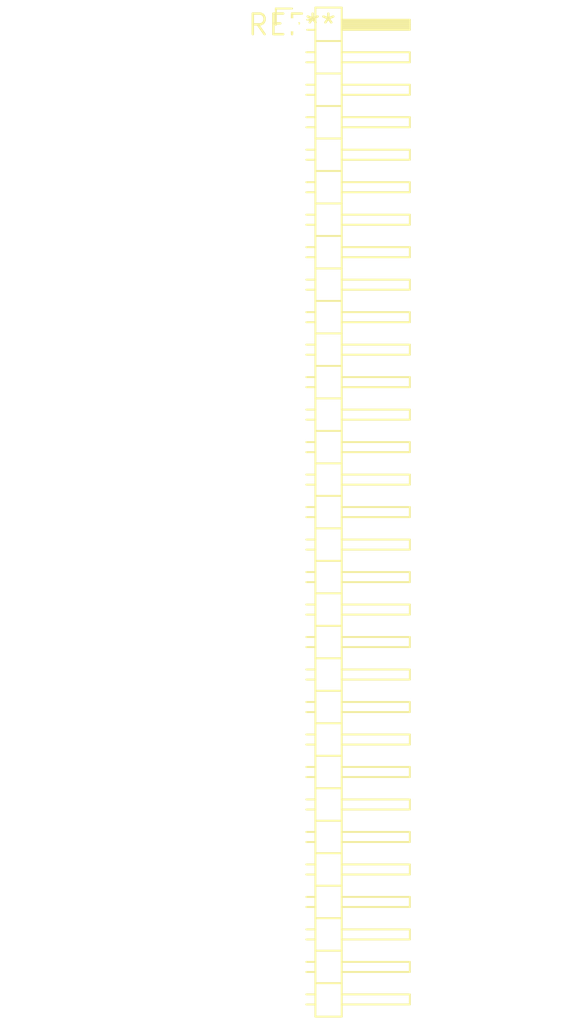
<source format=kicad_pcb>
(kicad_pcb (version 20240108) (generator pcbnew)
  (layers (0 "F.Cu" signal) (31 "B.Cu" signal) (34 "B.Paste" user) (35 "F.Paste" user) (36 "B.SilkS" user "B.Silkscreen") (37 "F.SilkS" user "F.Silkscreen") (38 "B.Mask" user) (39 "F.Mask" user) (44 "Edge.Cuts" user))
  (net 0 "")
  (footprint "PinHeader_1x31_P2.00mm_Horizontal" (layer "F.Cu") (at 0 0)
    (property "Reference" "REF**")
    (property "Value" "PinHeader_1x31_P2.00mm_Horizontal")
    (fp_line (start -1 -1) (end 0 -1) (layer "F.SilkS") (stroke (width 0.12)))
    (fp_line (start -1 0) (end -1 -1) (layer "F.SilkS") (stroke (width 0.12)))
    (fp_line (start 0.882114 1.69) (end 1.44 1.69) (layer "F.SilkS") (stroke (width 0.12)))
    (fp_line (start 0.882114 2.31) (end 1.44 2.31) (layer "F.SilkS") (stroke (width 0.12)))
    (fp_line (start 0.882114 3.69) (end 1.44 3.69) (layer "F.SilkS") (stroke (width 0.12)))
    (fp_line (start 0.882114 4.31) (end 1.44 4.31) (layer "F.SilkS") (stroke (width 0.12)))
    (fp_line (start 0.882114 5.69) (end 1.44 5.69) (layer "F.SilkS") (stroke (width 0.12)))
    (fp_line (start 0.882114 6.31) (end 1.44 6.31) (layer "F.SilkS") (stroke (width 0.12)))
    (fp_line (start 0.882114 7.69) (end 1.44 7.69) (layer "F.SilkS") (stroke (width 0.12)))
    (fp_line (start 0.882114 8.31) (end 1.44 8.31) (layer "F.SilkS") (stroke (width 0.12)))
    (fp_line (start 0.882114 9.69) (end 1.44 9.69) (layer "F.SilkS") (stroke (width 0.12)))
    (fp_line (start 0.882114 10.31) (end 1.44 10.31) (layer "F.SilkS") (stroke (width 0.12)))
    (fp_line (start 0.882114 11.69) (end 1.44 11.69) (layer "F.SilkS") (stroke (width 0.12)))
    (fp_line (start 0.882114 12.31) (end 1.44 12.31) (layer "F.SilkS") (stroke (width 0.12)))
    (fp_line (start 0.882114 13.69) (end 1.44 13.69) (layer "F.SilkS") (stroke (width 0.12)))
    (fp_line (start 0.882114 14.31) (end 1.44 14.31) (layer "F.SilkS") (stroke (width 0.12)))
    (fp_line (start 0.882114 15.69) (end 1.44 15.69) (layer "F.SilkS") (stroke (width 0.12)))
    (fp_line (start 0.882114 16.31) (end 1.44 16.31) (layer "F.SilkS") (stroke (width 0.12)))
    (fp_line (start 0.882114 17.69) (end 1.44 17.69) (layer "F.SilkS") (stroke (width 0.12)))
    (fp_line (start 0.882114 18.31) (end 1.44 18.31) (layer "F.SilkS") (stroke (width 0.12)))
    (fp_line (start 0.882114 19.69) (end 1.44 19.69) (layer "F.SilkS") (stroke (width 0.12)))
    (fp_line (start 0.882114 20.31) (end 1.44 20.31) (layer "F.SilkS") (stroke (width 0.12)))
    (fp_line (start 0.882114 21.69) (end 1.44 21.69) (layer "F.SilkS") (stroke (width 0.12)))
    (fp_line (start 0.882114 22.31) (end 1.44 22.31) (layer "F.SilkS") (stroke (width 0.12)))
    (fp_line (start 0.882114 23.69) (end 1.44 23.69) (layer "F.SilkS") (stroke (width 0.12)))
    (fp_line (start 0.882114 24.31) (end 1.44 24.31) (layer "F.SilkS") (stroke (width 0.12)))
    (fp_line (start 0.882114 25.69) (end 1.44 25.69) (layer "F.SilkS") (stroke (width 0.12)))
    (fp_line (start 0.882114 26.31) (end 1.44 26.31) (layer "F.SilkS") (stroke (width 0.12)))
    (fp_line (start 0.882114 27.69) (end 1.44 27.69) (layer "F.SilkS") (stroke (width 0.12)))
    (fp_line (start 0.882114 28.31) (end 1.44 28.31) (layer "F.SilkS") (stroke (width 0.12)))
    (fp_line (start 0.882114 29.69) (end 1.44 29.69) (layer "F.SilkS") (stroke (width 0.12)))
    (fp_line (start 0.882114 30.31) (end 1.44 30.31) (layer "F.SilkS") (stroke (width 0.12)))
    (fp_line (start 0.882114 31.69) (end 1.44 31.69) (layer "F.SilkS") (stroke (width 0.12)))
    (fp_line (start 0.882114 32.31) (end 1.44 32.31) (layer "F.SilkS") (stroke (width 0.12)))
    (fp_line (start 0.882114 33.69) (end 1.44 33.69) (layer "F.SilkS") (stroke (width 0.12)))
    (fp_line (start 0.882114 34.31) (end 1.44 34.31) (layer "F.SilkS") (stroke (width 0.12)))
    (fp_line (start 0.882114 35.69) (end 1.44 35.69) (layer "F.SilkS") (stroke (width 0.12)))
    (fp_line (start 0.882114 36.31) (end 1.44 36.31) (layer "F.SilkS") (stroke (width 0.12)))
    (fp_line (start 0.882114 37.69) (end 1.44 37.69) (layer "F.SilkS") (stroke (width 0.12)))
    (fp_line (start 0.882114 38.31) (end 1.44 38.31) (layer "F.SilkS") (stroke (width 0.12)))
    (fp_line (start 0.882114 39.69) (end 1.44 39.69) (layer "F.SilkS") (stroke (width 0.12)))
    (fp_line (start 0.882114 40.31) (end 1.44 40.31) (layer "F.SilkS") (stroke (width 0.12)))
    (fp_line (start 0.882114 41.69) (end 1.44 41.69) (layer "F.SilkS") (stroke (width 0.12)))
    (fp_line (start 0.882114 42.31) (end 1.44 42.31) (layer "F.SilkS") (stroke (width 0.12)))
    (fp_line (start 0.882114 43.69) (end 1.44 43.69) (layer "F.SilkS") (stroke (width 0.12)))
    (fp_line (start 0.882114 44.31) (end 1.44 44.31) (layer "F.SilkS") (stroke (width 0.12)))
    (fp_line (start 0.882114 45.69) (end 1.44 45.69) (layer "F.SilkS") (stroke (width 0.12)))
    (fp_line (start 0.882114 46.31) (end 1.44 46.31) (layer "F.SilkS") (stroke (width 0.12)))
    (fp_line (start 0.882114 47.69) (end 1.44 47.69) (layer "F.SilkS") (stroke (width 0.12)))
    (fp_line (start 0.882114 48.31) (end 1.44 48.31) (layer "F.SilkS") (stroke (width 0.12)))
    (fp_line (start 0.882114 49.69) (end 1.44 49.69) (layer "F.SilkS") (stroke (width 0.12)))
    (fp_line (start 0.882114 50.31) (end 1.44 50.31) (layer "F.SilkS") (stroke (width 0.12)))
    (fp_line (start 0.882114 51.69) (end 1.44 51.69) (layer "F.SilkS") (stroke (width 0.12)))
    (fp_line (start 0.882114 52.31) (end 1.44 52.31) (layer "F.SilkS") (stroke (width 0.12)))
    (fp_line (start 0.882114 53.69) (end 1.44 53.69) (layer "F.SilkS") (stroke (width 0.12)))
    (fp_line (start 0.882114 54.31) (end 1.44 54.31) (layer "F.SilkS") (stroke (width 0.12)))
    (fp_line (start 0.882114 55.69) (end 1.44 55.69) (layer "F.SilkS") (stroke (width 0.12)))
    (fp_line (start 0.882114 56.31) (end 1.44 56.31) (layer "F.SilkS") (stroke (width 0.12)))
    (fp_line (start 0.882114 57.69) (end 1.44 57.69) (layer "F.SilkS") (stroke (width 0.12)))
    (fp_line (start 0.882114 58.31) (end 1.44 58.31) (layer "F.SilkS") (stroke (width 0.12)))
    (fp_line (start 0.882114 59.69) (end 1.44 59.69) (layer "F.SilkS") (stroke (width 0.12)))
    (fp_line (start 0.882114 60.31) (end 1.44 60.31) (layer "F.SilkS") (stroke (width 0.12)))
    (fp_line (start 0.935 -0.31) (end 1.44 -0.31) (layer "F.SilkS") (stroke (width 0.12)))
    (fp_line (start 0.935 0.31) (end 1.44 0.31) (layer "F.SilkS") (stroke (width 0.12)))
    (fp_line (start 1.44 -1.06) (end 1.44 61.06) (layer "F.SilkS") (stroke (width 0.12)))
    (fp_line (start 1.44 1) (end 3.06 1) (layer "F.SilkS") (stroke (width 0.12)))
    (fp_line (start 1.44 3) (end 3.06 3) (layer "F.SilkS") (stroke (width 0.12)))
    (fp_line (start 1.44 5) (end 3.06 5) (layer "F.SilkS") (stroke (width 0.12)))
    (fp_line (start 1.44 7) (end 3.06 7) (layer "F.SilkS") (stroke (width 0.12)))
    (fp_line (start 1.44 9) (end 3.06 9) (layer "F.SilkS") (stroke (width 0.12)))
    (fp_line (start 1.44 11) (end 3.06 11) (layer "F.SilkS") (stroke (width 0.12)))
    (fp_line (start 1.44 13) (end 3.06 13) (layer "F.SilkS") (stroke (width 0.12)))
    (fp_line (start 1.44 15) (end 3.06 15) (layer "F.SilkS") (stroke (width 0.12)))
    (fp_line (start 1.44 17) (end 3.06 17) (layer "F.SilkS") (stroke (width 0.12)))
    (fp_line (start 1.44 19) (end 3.06 19) (layer "F.SilkS") (stroke (width 0.12)))
    (fp_line (start 1.44 21) (end 3.06 21) (layer "F.SilkS") (stroke (width 0.12)))
    (fp_line (start 1.44 23) (end 3.06 23) (layer "F.SilkS") (stroke (width 0.12)))
    (fp_line (start 1.44 25) (end 3.06 25) (layer "F.SilkS") (stroke (width 0.12)))
    (fp_line (start 1.44 27) (end 3.06 27) (layer "F.SilkS") (stroke (width 0.12)))
    (fp_line (start 1.44 29) (end 3.06 29) (layer "F.SilkS") (stroke (width 0.12)))
    (fp_line (start 1.44 31) (end 3.06 31) (layer "F.SilkS") (stroke (width 0.12)))
    (fp_line (start 1.44 33) (end 3.06 33) (layer "F.SilkS") (stroke (width 0.12)))
    (fp_line (start 1.44 35) (end 3.06 35) (layer "F.SilkS") (stroke (width 0.12)))
    (fp_line (start 1.44 37) (end 3.06 37) (layer "F.SilkS") (stroke (width 0.12)))
    (fp_line (start 1.44 39) (end 3.06 39) (layer "F.SilkS") (stroke (width 0.12)))
    (fp_line (start 1.44 41) (end 3.06 41) (layer "F.SilkS") (stroke (width 0.12)))
    (fp_line (start 1.44 43) (end 3.06 43) (layer "F.SilkS") (stroke (width 0.12)))
    (fp_line (start 1.44 45) (end 3.06 45) (layer "F.SilkS") (stroke (width 0.12)))
    (fp_line (start 1.44 47) (end 3.06 47) (layer "F.SilkS") (stroke (width 0.12)))
    (fp_line (start 1.44 49) (end 3.06 49) (layer "F.SilkS") (stroke (width 0.12)))
    (fp_line (start 1.44 51) (end 3.06 51) (layer "F.SilkS") (stroke (width 0.12)))
    (fp_line (start 1.44 53) (end 3.06 53) (layer "F.SilkS") (stroke (width 0.12)))
    (fp_line (start 1.44 55) (end 3.06 55) (layer "F.SilkS") (stroke (width 0.12)))
    (fp_line (start 1.44 57) (end 3.06 57) (layer "F.SilkS") (stroke (width 0.12)))
    (fp_line (start 1.44 59) (end 3.06 59) (layer "F.SilkS") (stroke (width 0.12)))
    (fp_line (start 1.44 61.06) (end 3.06 61.06) (layer "F.SilkS") (stroke (width 0.12)))
    (fp_line (start 3.06 -1.06) (end 1.44 -1.06) (layer "F.SilkS") (stroke (width 0.12)))
    (fp_line (start 3.06 -0.31) (end 7.26 -0.31) (layer "F.SilkS") (stroke (width 0.12)))
    (fp_line (start 3.06 -0.25) (end 7.26 -0.25) (layer "F.SilkS") (stroke (width 0.12)))
    (fp_line (start 3.06 -0.13) (end 7.26 -0.13) (layer "F.SilkS") (stroke (width 0.12)))
    (fp_line (start 3.06 -0.01) (end 7.26 -0.01) (layer "F.SilkS") (stroke (width 0.12)))
    (fp_line (start 3.06 0.11) (end 7.26 0.11) (layer "F.SilkS") (stroke (width 0.12)))
    (fp_line (start 3.06 0.23) (end 7.26 0.23) (layer "F.SilkS") (stroke (width 0.12)))
    (fp_line (start 3.06 1.69) (end 7.26 1.69) (layer "F.SilkS") (stroke (width 0.12)))
    (fp_line (start 3.06 3.69) (end 7.26 3.69) (layer "F.SilkS") (stroke (width 0.12)))
    (fp_line (start 3.06 5.69) (end 7.26 5.69) (layer "F.SilkS") (stroke (width 0.12)))
    (fp_line (start 3.06 7.69) (end 7.26 7.69) (layer "F.SilkS") (stroke (width 0.12)))
    (fp_line (start 3.06 9.69) (end 7.26 9.69) (layer "F.SilkS") (stroke (width 0.12)))
    (fp_line (start 3.06 11.69) (end 7.26 11.69) (layer "F.SilkS") (stroke (width 0.12)))
    (fp_line (start 3.06 13.69) (end 7.26 13.69) (layer "F.SilkS") (stroke (width 0.12)))
    (fp_line (start 3.06 15.69) (end 7.26 15.69) (layer "F.SilkS") (stroke (width 0.12)))
    (fp_line (start 3.06 17.69) (end 7.26 17.69) (layer "F.SilkS") (stroke (width 0.12)))
    (fp_line (start 3.06 19.69) (end 7.26 19.69) (layer "F.SilkS") (stroke (width 0.12)))
    (fp_line (start 3.06 21.69) (end 7.26 21.69) (layer "F.SilkS") (stroke (width 0.12)))
    (fp_line (start 3.06 23.69) (end 7.26 23.69) (layer "F.SilkS") (stroke (width 0.12)))
    (fp_line (start 3.06 25.69) (end 7.26 25.69) (layer "F.SilkS") (stroke (width 0.12)))
    (fp_line (start 3.06 27.69) (end 7.26 27.69) (layer "F.SilkS") (stroke (width 0.12)))
    (fp_line (start 3.06 29.69) (end 7.26 29.69) (layer "F.SilkS") (stroke (width 0.12)))
    (fp_line (start 3.06 31.69) (end 7.26 31.69) (layer "F.SilkS") (stroke (width 0.12)))
    (fp_line (start 3.06 33.69) (end 7.26 33.69) (layer "F.SilkS") (stroke (width 0.12)))
    (fp_line (start 3.06 35.69) (end 7.26 35.69) (layer "F.SilkS") (stroke (width 0.12)))
    (fp_line (start 3.06 37.69) (end 7.26 37.69) (layer "F.SilkS") (stroke (width 0.12)))
    (fp_line (start 3.06 39.69) (end 7.26 39.69) (layer "F.SilkS") (stroke (width 0.12)))
    (fp_line (start 3.06 41.69) (end 7.26 41.69) (layer "F.SilkS") (stroke (width 0.12)))
    (fp_line (start 3.06 43.69) (end 7.26 43.69) (layer "F.SilkS") (stroke (width 0.12)))
    (fp_line (start 3.06 45.69) (end 7.26 45.69) (layer "F.SilkS") (stroke (width 0.12)))
    (fp_line (start 3.06 47.69) (end 7.26 47.69) (layer "F.SilkS") (stroke (width 0.12)))
    (fp_line (start 3.06 49.69) (end 7.26 49.69) (layer "F.SilkS") (stroke (width 0.12)))
    (fp_line (start 3.06 51.69) (end 7.26 51.69) (layer "F.SilkS") (stroke (width 0.12)))
    (fp_line (start 3.06 53.69) (end 7.26 53.69) (layer "F.SilkS") (stroke (width 0.12)))
    (fp_line (start 3.06 55.69) (end 7.26 55.69) (layer "F.SilkS") (stroke (width 0.12)))
    (fp_line (start 3.06 57.69) (end 7.26 57.69) (layer "F.SilkS") (stroke (width 0.12)))
    (fp_line (start 3.06 59.69) (end 7.26 59.69) (layer "F.SilkS") (stroke (width 0.12)))
    (fp_line (start 3.06 61.06) (end 3.06 -1.06) (layer "F.SilkS") (stroke (width 0.12)))
    (fp_line (start 7.26 -0.31) (end 7.26 0.31) (layer "F.SilkS") (stroke (width 0.12)))
    (fp_line (start 7.26 0.31) (end 3.06 0.31) (layer "F.SilkS") (stroke (width 0.12)))
    (fp_line (start 7.26 1.69) (end 7.26 2.31) (layer "F.SilkS") (stroke (width 0.12)))
    (fp_line (start 7.26 2.31) (end 3.06 2.31) (layer "F.SilkS") (stroke (width 0.12)))
    (fp_line (start 7.26 3.69) (end 7.26 4.31) (layer "F.SilkS") (stroke (width 0.12)))
    (fp_line (start 7.26 4.31) (end 3.06 4.31) (layer "F.SilkS") (stroke (width 0.12)))
    (fp_line (start 7.26 5.69) (end 7.26 6.31) (layer "F.SilkS") (stroke (width 0.12)))
    (fp_line (start 7.26 6.31) (end 3.06 6.31) (layer "F.SilkS") (stroke (width 0.12)))
    (fp_line (start 7.26 7.69) (end 7.26 8.31) (layer "F.SilkS") (stroke (width 0.12)))
    (fp_line (start 7.26 8.31) (end 3.06 8.31) (layer "F.SilkS") (stroke (width 0.12)))
    (fp_line (start 7.26 9.69) (end 7.26 10.31) (layer "F.SilkS") (stroke (width 0.12)))
    (fp_line (start 7.26 10.31) (end 3.06 10.31) (layer "F.SilkS") (stroke (width 0.12)))
    (fp_line (start 7.26 11.69) (end 7.26 12.31) (layer "F.SilkS") (stroke (width 0.12)))
    (fp_line (start 7.26 12.31) (end 3.06 12.31) (layer "F.SilkS") (stroke (width 0.12)))
    (fp_line (start 7.26 13.69) (end 7.26 14.31) (layer "F.SilkS") (stroke (width 0.12)))
    (fp_line (start 7.26 14.31) (end 3.06 14.31) (layer "F.SilkS") (stroke (width 0.12)))
    (fp_line (start 7.26 15.69) (end 7.26 16.31) (layer "F.SilkS") (stroke (width 0.12)))
    (fp_line (start 7.26 16.31) (end 3.06 16.31) (layer "F.SilkS") (stroke (width 0.12)))
    (fp_line (start 7.26 17.69) (end 7.26 18.31) (layer "F.SilkS") (stroke (width 0.12)))
    (fp_line (start 7.26 18.31) (end 3.06 18.31) (layer "F.SilkS") (stroke (width 0.12)))
    (fp_line (start 7.26 19.69) (end 7.26 20.31) (layer "F.SilkS") (stroke (width 0.12)))
    (fp_line (start 7.26 20.31) (end 3.06 20.31) (layer "F.SilkS") (stroke (width 0.12)))
    (fp_line (start 7.26 21.69) (end 7.26 22.31) (layer "F.SilkS") (stroke (width 0.12)))
    (fp_line (start 7.26 22.31) (end 3.06 22.31) (layer "F.SilkS") (stroke (width 0.12)))
    (fp_line (start 7.26 23.69) (end 7.26 24.31) (layer "F.SilkS") (stroke (width 0.12)))
    (fp_line (start 7.26 24.31) (end 3.06 24.31) (layer "F.SilkS") (stroke (width 0.12)))
    (fp_line (start 7.26 25.69) (end 7.26 26.31) (layer "F.SilkS") (stroke (width 0.12)))
    (fp_line (start 7.26 26.31) (end 3.06 26.31) (layer "F.SilkS") (stroke (width 0.12)))
    (fp_line (start 7.26 27.69) (end 7.26 28.31) (layer "F.SilkS") (stroke (width 0.12)))
    (fp_line (start 7.26 28.31) (end 3.06 28.31) (layer "F.SilkS") (stroke (width 0.12)))
    (fp_line (start 7.26 29.69) (end 7.26 30.31) (layer "F.SilkS") (stroke (width 0.12)))
    (fp_line (start 7.26 30.31) (end 3.06 30.31) (layer "F.SilkS") (stroke (width 0.12)))
    (fp_line (start 7.26 31.69) (end 7.26 32.31) (layer "F.SilkS") (stroke (width 0.12)))
    (fp_line (start 7.26 32.31) (end 3.06 32.31) (layer "F.SilkS") (stroke (width 0.12)))
    (fp_line (start 7.26 33.69) (end 7.26 34.31) (layer "F.SilkS") (stroke (width 0.12)))
    (fp_line (start 7.26 34.31) (end 3.06 34.31) (layer "F.SilkS") (stroke (width 0.12)))
    (fp_line (start 7.26 35.69) (end 7.26 36.31) (layer "F.SilkS") (stroke (width 0.12)))
    (fp_line (start 7.26 36.31) (end 3.06 36.31) (layer "F.SilkS") (stroke (width 0.12)))
    (fp_line (start 7.26 37.69) (end 7.26 38.31) (layer "F.SilkS") (stroke (width 0.12)))
    (fp_line (start 7.26 38.31) (end 3.06 38.31) (layer "F.SilkS") (stroke (width 0.12)))
    (fp_line (start 7.26 39.69) (end 7.26 40.31) (layer "F.SilkS") (stroke (width 0.12)))
    (fp_line (start 7.26 40.31) (end 3.06 40.31) (layer "F.SilkS") (stroke (width 0.12)))
    (fp_line (start 7.26 41.69) (end 7.26 42.31) (layer "F.SilkS") (stroke (width 0.12)))
    (fp_line (start 7.26 42.31) (end 3.06 42.31) (layer "F.SilkS") (stroke (width 0.12)))
    (fp_line (start 7.26 43.69) (end 7.26 44.31) (layer "F.SilkS") (stroke (width 0.12)))
    (fp_line (start 7.26 44.31) (end 3.06 44.31) (layer "F.SilkS") (stroke (width 0.12)))
    (fp_line (start 7.26 45.69) (end 7.26 46.31) (layer "F.SilkS") (stroke (width 0.12)))
    (fp_line (start 7.26 46.31) (end 3.06 46.31) (layer "F.SilkS") (stroke (width 0.12)))
    (fp_line (start 7.26 47.69) (end 7.26 48.31) (layer "F.SilkS") (stroke (width 0.12)))
    (fp_line (start 7.26 48.31) (end 3.06 48.31) (layer "F.SilkS") (stroke (width 0.12)))
    (fp_line (start 7.26 49.69) (end 7.26 50.31) (layer "F.SilkS") (stroke (width 0.12)))
    (fp_line (start 7.26 50.31) (end 3.06 50.31) (layer "F.SilkS") (stroke (width 0.12)))
    (fp_line (start 7.26 51.69) (end 7.26 52.31) (layer "F.SilkS") (stroke (width 0.12)))
    (fp_line (start 7.26 52.31) (end 3.06 52.31) (layer "F.SilkS") (stroke (width 0.12)))
    (fp_line (start 7.26 53.69) (end 7.26 54.31) (layer "F.SilkS") (stroke (width 0.12)))
    (fp_line (start 7.26 54.31) (end 3.06 54.31) (layer "F.SilkS") (stroke (width 0.12)))
    (fp_line (start 7.26 55.69) (end 7.26 56.31) (layer "F.SilkS") (stroke (width 0.12)))
    (fp_line (start 7.26 56.31) (end 3.06 56.31) (layer "F.SilkS") (stroke (width 0.12)))
    (fp_line (start 7.26 57.69) (end 7.26 58.31) (layer "F.SilkS") (stroke (width 0.12)))
    (fp_line (start 7.26 58.31) (end 3.06 58.31) (layer "F.SilkS") (stroke (width 0.12)))
    (fp_line (start 7.26 59.69) (end 7.26 60.31) (layer "F.SilkS") (stroke (width 0.12)))
    (fp_line (start 7.26 60.31) (end 3.06 60.31) (layer "F.SilkS") (stroke (width 0.12)))
    (pad "1" thru_hole rect (at 0 0) (size 1.35 1.35) (drill 0.8) (layers *.Cu *.Mask) (remove_unused_layers))
    (pad "2" thru_hole oval (at 0 2) (size 1.35 1.35) (drill 0.8) (layers *.Cu *.Mask) (remove_unused_layers))
    (pad "3" thru_hole oval (at 0 4) (size 1.35 1.35) (drill 0.8) (layers *.Cu *.Mask) (remove_unused_layers))
    (pad "4" thru_hole oval (at 0 6) (size 1.35 1.35) (drill 0.8) (layers *.Cu *.Mask) (remove_unused_layers))
    (pad "5" thru_hole oval (at 0 8) (size 1.35 1.35) (drill 0.8) (layers *.Cu *.Mask) (remove_unused_layers))
    (pad "6" thru_hole oval (at 0 10) (size 1.35 1.35) (drill 0.8) (layers *.Cu *.Mask) (remove_unused_layers))
    (pad "7" thru_hole oval (at 0 12) (size 1.35 1.35) (drill 0.8) (layers *.Cu *.Mask) (remove_unused_layers))
    (pad "8" thru_hole oval (at 0 14) (size 1.35 1.35) (drill 0.8) (layers *.Cu *.Mask) (remove_unused_layers))
    (pad "9" thru_hole oval (at 0 16) (size 1.35 1.35) (drill 0.8) (layers *.Cu *.Mask) (remove_unused_layers))
    (pad "10" thru_hole oval (at 0 18) (size 1.35 1.35) (drill 0.8) (layers *.Cu *.Mask) (remove_unused_layers))
    (pad "11" thru_hole oval (at 0 20) (size 1.35 1.35) (drill 0.8) (layers *.Cu *.Mask) (remove_unused_layers))
    (pad "12" thru_hole oval (at 0 22) (size 1.35 1.35) (drill 0.8) (layers *.Cu *.Mask) (remove_unused_layers))
    (pad "13" thru_hole oval (at 0 24) (size 1.35 1.35) (drill 0.8) (layers *.Cu *.Mask) (remove_unused_layers))
    (pad "14" thru_hole oval (at 0 26) (size 1.35 1.35) (drill 0.8) (layers *.Cu *.Mask) (remove_unused_layers))
    (pad "15" thru_hole oval (at 0 28) (size 1.35 1.35) (drill 0.8) (layers *.Cu *.Mask) (remove_unused_layers))
    (pad "16" thru_hole oval (at 0 30) (size 1.35 1.35) (drill 0.8) (layers *.Cu *.Mask) (remove_unused_layers))
    (pad "17" thru_hole oval (at 0 32) (size 1.35 1.35) (drill 0.8) (layers *.Cu *.Mask) (remove_unused_layers))
    (pad "18" thru_hole oval (at 0 34) (size 1.35 1.35) (drill 0.8) (layers *.Cu *.Mask) (remove_unused_layers))
    (pad "19" thru_hole oval (at 0 36) (size 1.35 1.35) (drill 0.8) (layers *.Cu *.Mask) (remove_unused_layers))
    (pad "20" thru_hole oval (at 0 38) (size 1.35 1.35) (drill 0.8) (layers *.Cu *.Mask) (remove_unused_layers))
    (pad "21" thru_hole oval (at 0 40) (size 1.35 1.35) (drill 0.8) (layers *.Cu *.Mask) (remove_unused_layers))
    (pad "22" thru_hole oval (at 0 42) (size 1.35 1.35) (drill 0.8) (layers *.Cu *.Mask) (remove_unused_layers))
    (pad "23" thru_hole oval (at 0 44) (size 1.35 1.35) (drill 0.8) (layers *.Cu *.Mask) (remove_unused_layers))
    (pad "24" thru_hole oval (at 0 46) (size 1.35 1.35) (drill 0.8) (layers *.Cu *.Mask) (remove_unused_layers))
    (pad "25" thru_hole oval (at 0 48) (size 1.35 1.35) (drill 0.8) (layers *.Cu *.Mask) (remove_unused_layers))
    (pad "26" thru_hole oval (at 0 50) (size 1.35 1.35) (drill 0.8) (layers *.Cu *.Mask) (remove_unused_layers))
    (pad "27" thru_hole oval (at 0 52) (size 1.35 1.35) (drill 0.8) (layers *.Cu *.Mask) (remove_unused_layers))
    (pad "28" thru_hole oval (at 0 54) (size 1.35 1.35) (drill 0.8) (layers *.Cu *.Mask) (remove_unused_layers))
    (pad "29" thru_hole oval (at 0 56) (size 1.35 1.35) (drill 0.8) (layers *.Cu *.Mask) (remove_unused_layers))
    (pad "30" thru_hole oval (at 0 58) (size 1.35 1.35) (drill 0.8) (layers *.Cu *.Mask) (remove_unused_layers))
    (pad "31" thru_hole oval (at 0 60) (size 1.35 1.35) (drill 0.8) (layers *.Cu *.Mask) (remove_unused_layers))
  )
)
</source>
